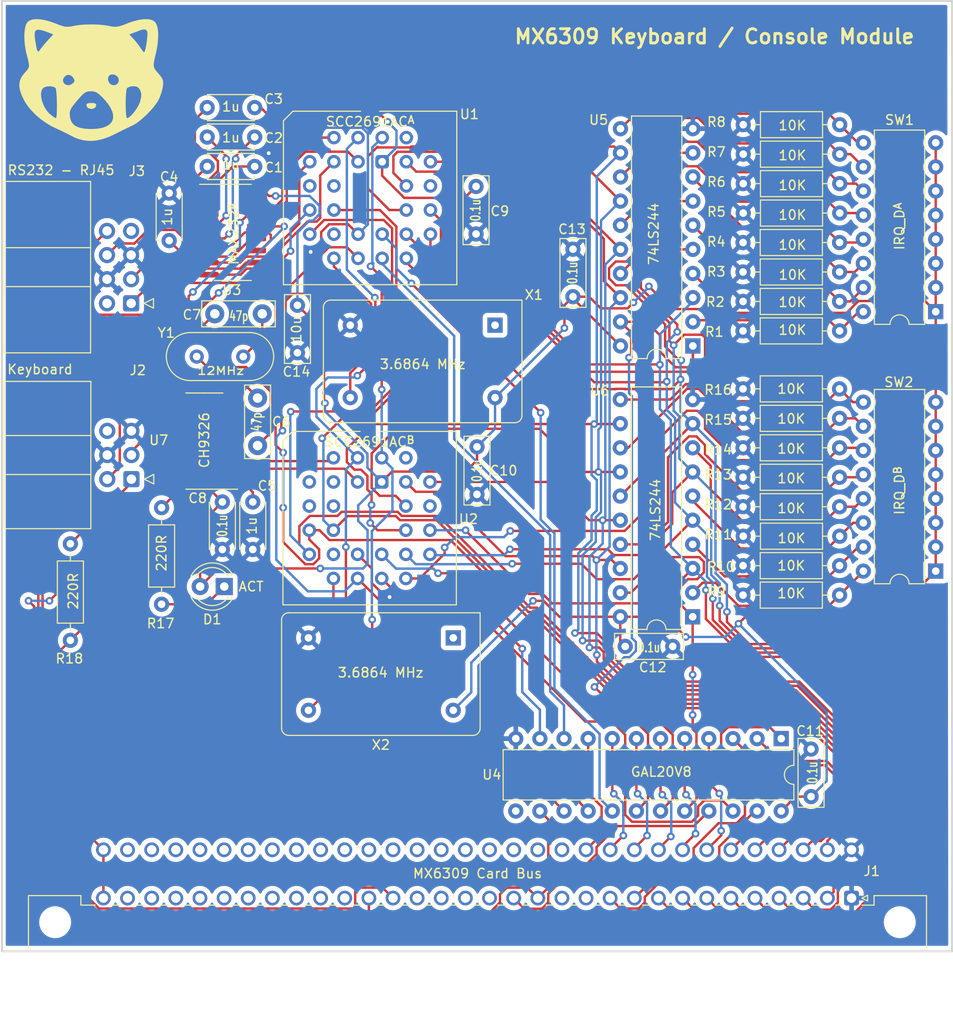
<source format=kicad_pcb>
(kicad_pcb (version 20221018) (generator pcbnew)

  (general
    (thickness 1.6)
  )

  (paper "A4")
  (layers
    (0 "F.Cu" signal)
    (31 "B.Cu" signal)
    (32 "B.Adhes" user "B.Adhesive")
    (33 "F.Adhes" user "F.Adhesive")
    (34 "B.Paste" user)
    (35 "F.Paste" user)
    (36 "B.SilkS" user "B.Silkscreen")
    (37 "F.SilkS" user "F.Silkscreen")
    (38 "B.Mask" user)
    (39 "F.Mask" user)
    (40 "Dwgs.User" user "User.Drawings")
    (41 "Cmts.User" user "User.Comments")
    (42 "Eco1.User" user "User.Eco1")
    (43 "Eco2.User" user "User.Eco2")
    (44 "Edge.Cuts" user)
    (45 "Margin" user)
    (46 "B.CrtYd" user "B.Courtyard")
    (47 "F.CrtYd" user "F.Courtyard")
    (48 "B.Fab" user)
    (49 "F.Fab" user)
    (50 "User.1" user)
    (51 "User.2" user)
    (52 "User.3" user)
    (53 "User.4" user)
    (54 "User.5" user)
    (55 "User.6" user)
    (56 "User.7" user)
    (57 "User.8" user)
    (58 "User.9" user)
  )

  (setup
    (stackup
      (layer "F.SilkS" (type "Top Silk Screen"))
      (layer "F.Paste" (type "Top Solder Paste"))
      (layer "F.Mask" (type "Top Solder Mask") (thickness 0.01))
      (layer "F.Cu" (type "copper") (thickness 0.035))
      (layer "dielectric 1" (type "core") (thickness 1.51) (material "FR4") (epsilon_r 4.5) (loss_tangent 0.02))
      (layer "B.Cu" (type "copper") (thickness 0.035))
      (layer "B.Mask" (type "Bottom Solder Mask") (thickness 0.01))
      (layer "B.Paste" (type "Bottom Solder Paste"))
      (layer "B.SilkS" (type "Bottom Silk Screen"))
      (copper_finish "None")
      (dielectric_constraints no)
    )
    (pad_to_mask_clearance 0)
    (pcbplotparams
      (layerselection 0x00010fc_ffffffff)
      (plot_on_all_layers_selection 0x0000000_00000000)
      (disableapertmacros false)
      (usegerberextensions false)
      (usegerberattributes true)
      (usegerberadvancedattributes true)
      (creategerberjobfile true)
      (dashed_line_dash_ratio 12.000000)
      (dashed_line_gap_ratio 3.000000)
      (svgprecision 4)
      (plotframeref false)
      (viasonmask false)
      (mode 1)
      (useauxorigin false)
      (hpglpennumber 1)
      (hpglpenspeed 20)
      (hpglpendiameter 15.000000)
      (dxfpolygonmode true)
      (dxfimperialunits true)
      (dxfusepcbnewfont true)
      (psnegative false)
      (psa4output false)
      (plotreference true)
      (plotvalue true)
      (plotinvisibletext false)
      (sketchpadsonfab false)
      (subtractmaskfromsilk false)
      (outputformat 1)
      (mirror false)
      (drillshape 0)
      (scaleselection 1)
      (outputdirectory "../../output/uart/")
    )
  )

  (net 0 "")
  (net 1 "Net-(U3-C1+)")
  (net 2 "Net-(U3-C1-)")
  (net 3 "Net-(U3-C2+)")
  (net 4 "Net-(U3-C2-)")
  (net 5 "VCC")
  (net 6 "Net-(U3-VS+)")
  (net 7 "GND")
  (net 8 "Net-(U3-VS-)")
  (net 9 "Net-(U7-V3)")
  (net 10 "Net-(U7-X1)")
  (net 11 "Net-(C6-Pad2)")
  (net 12 "Net-(U7-X2)")
  (net 13 "Net-(C7-Pad2)")
  (net 14 "Net-(D1-K)")
  (net 15 "Net-(J2-VBUS)")
  (net 16 "Net-(J2-D-)")
  (net 17 "Net-(J2-D+)")
  (net 18 "Net-(J3-RTS)")
  (net 19 "unconnected-(J3-RDY_Out-Pad2)")
  (net 20 "Net-(J3-D_Out)")
  (net 21 "Net-(J3-D_In)")
  (net 22 "unconnected-(J3-CD-Pad7)")
  (net 23 "Net-(J3-CTS)")
  (net 24 "Net-(U5-1A0)")
  (net 25 "Net-(U5-1A1)")
  (net 26 "Net-(U5-1A2)")
  (net 27 "Net-(U5-1A3)")
  (net 28 "Net-(U5-2A0)")
  (net 29 "Net-(U5-2A1)")
  (net 30 "Net-(U5-2A2)")
  (net 31 "Net-(U5-2A3)")
  (net 32 "Net-(U6-1A0)")
  (net 33 "Net-(U6-1A1)")
  (net 34 "Net-(U6-1A2)")
  (net 35 "Net-(U6-1A3)")
  (net 36 "Net-(U6-2A0)")
  (net 37 "Net-(U6-2A1)")
  (net 38 "Net-(U6-2A2)")
  (net 39 "Net-(U6-2A3)")
  (net 40 "/~{RTS}^{A}")
  (net 41 "/~{CTS}^{A}")
  (net 42 "unconnected-(U1-NC-Pad7)")
  (net 43 "unconnected-(U1-NC-Pad8)")
  (net 44 "/ADDR2")
  (net 45 "/ADDR1")
  (net 46 "/ADDR0")
  (net 47 "Net-(U1-X1{slash}CLK)")
  (net 48 "unconnected-(U1-X2-Pad13)")
  (net 49 "/RES")
  (net 50 "/~{INT}^{A}")
  (net 51 "/~{CE}^{A}")
  (net 52 "/DATA7")
  (net 53 "/DATA6")
  (net 54 "/DATA5")
  (net 55 "/DATA4")
  (net 56 "/DATA3")
  (net 57 "unconnected-(U1-NC-Pad23)")
  (net 58 "/DATA2")
  (net 59 "/DATA1")
  (net 60 "unconnected-(U1-NC-Pad26)")
  (net 61 "/DATA0")
  (net 62 "/RX^{B}")
  (net 63 "/TX^{B}")
  (net 64 "/~{RTS}^{B}")
  (net 65 "/~{CTS}^{B}")
  (net 66 "unconnected-(U2-NC-Pad7)")
  (net 67 "unconnected-(U2-NC-Pad8)")
  (net 68 "Net-(U2-X1{slash}CLK)")
  (net 69 "unconnected-(U2-X2-Pad13)")
  (net 70 "/~{INT}^{B}")
  (net 71 "/~{CE}^{B}")
  (net 72 "unconnected-(U2-NC-Pad23)")
  (net 73 "unconnected-(U2-NC-Pad26)")
  (net 74 "/IOSEL")
  (net 75 "/ADDR3")
  (net 76 "/ADDR4")
  (net 77 "/ADDR5")
  (net 78 "/ADDR6")
  (net 79 "/ADDR7")
  (net 80 "/ADDR8")
  (net 81 "/ADDR9")
  (net 82 "/ADDR10")
  (net 83 "unconnected-(U4-~{OE}-Pad13)")
  (net 84 "/~{RES}")
  (net 85 "/OE^{A}")
  (net 86 "/OE^{B}")
  (net 87 "/~{IRQ}")
  (net 88 "unconnected-(U7-T_LED-Pad4)")
  (net 89 "unconnected-(U7-IO2-Pad11)")
  (net 90 "unconnected-(U7-IO1-Pad12)")
  (net 91 "unconnected-(U7-IO4-Pad13)")
  (net 92 "unconnected-(U7-IO3-Pad14)")
  (net 93 "unconnected-(X1-EN-Pad1)")
  (net 94 "unconnected-(X2-EN-Pad1)")
  (net 95 "/RX^{A}")
  (net 96 "/TX^{A}")
  (net 97 "unconnected-(J1-A11-Pad13)")
  (net 98 "unconnected-(J1-A12-Pad14)")
  (net 99 "unconnected-(J1-A13-Pad15)")
  (net 100 "unconnected-(J1-A14-Pad16)")
  (net 101 "unconnected-(J1-A15-Pad17)")
  (net 102 "unconnected-(J1-A16-Pad18)")
  (net 103 "unconnected-(J1-A17-Pad19)")
  (net 104 "unconnected-(J1-A18-Pad20)")
  (net 105 "unconnected-(J1-A19-Pad21)")
  (net 106 "unconnected-(J1-Pad22)")
  (net 107 "unconnected-(J1-Pad23)")
  (net 108 "unconnected-(J1-Pad24)")
  (net 109 "unconnected-(J1-Pad25)")
  (net 110 "unconnected-(J1-Pad26)")
  (net 111 "unconnected-(J1-Pad27)")
  (net 112 "unconnected-(J1-Pad28)")
  (net 113 "unconnected-(J1-Pad29)")
  (net 114 "unconnected-(J1-Pad30)")
  (net 115 "unconnected-(J1-Pad31)")
  (net 116 "unconnected-(J1-Pad34)")
  (net 117 "unconnected-(J1-Pad35)")
  (net 118 "unconnected-(J1-i^{2}C^{SDA}-Pad36)")
  (net 119 "unconnected-(J1-i^{2}C^{SCL}-Pad37)")
  (net 120 "unconnected-(J1-SPI^{~{CS}A2}-Pad38)")
  (net 121 "unconnected-(J1-SPI^{~{CS}A1}-Pad39)")
  (net 122 "unconnected-(J1-SPI^{~{CS}A0}-Pad40)")
  (net 123 "unconnected-(J1-SPI^{CLK}-Pad41)")
  (net 124 "unconnected-(J1-SPI^{MISO}-Pad42)")
  (net 125 "unconnected-(J1-SPI^{MOSI}-Pad43)")
  (net 126 "unconnected-(J1-B^{STAT}-Pad46)")
  (net 127 "unconnected-(J1-B^{AVAIL}-Pad47)")
  (net 128 "unconnected-(J1-~{NMI}-Pad48)")
  (net 129 "unconnected-(J1-~{FIRQ}-Pad49)")
  (net 130 "unconnected-(J1-~{HALT}-Pad52)")
  (net 131 "unconnected-(J1-CLK^{MCU}-Pad53)")
  (net 132 "Net-(U7-~{ACT})")
  (net 133 "/R{slash}~{W}")
  (net 134 "/~{R}")
  (net 135 "/~{W}")

  (footprint "Capacitor_THT:C_Disc_D7.0mm_W2.5mm_P5.00mm" (layer "F.Cu") (at 146 61.4 -90))

  (footprint "Oscillator:Oscillator_DIP-14" (layer "F.Cu") (at 143.6 108.9 180))

  (footprint "Resistor_THT:R_Axial_DIN0207_L6.3mm_D2.5mm_P10.16mm_Horizontal" (layer "F.Cu") (at 174.1 92))

  (footprint "Resistor_THT:R_Axial_DIN0207_L6.3mm_D2.5mm_P10.16mm_Horizontal" (layer "F.Cu") (at 174.12 54.9))

  (footprint "Package_SO:SOP-16_3.9x9.9mm_P1.27mm" (layer "F.Cu") (at 117.4 88.195 180))

  (footprint "Resistor_THT:R_Axial_DIN0207_L6.3mm_D2.5mm_P10.16mm_Horizontal" (layer "F.Cu") (at 174.1 88.9))

  (footprint "Capacitor_THT:C_Disc_D4.7mm_W2.5mm_P5.00mm" (layer "F.Cu") (at 119.3 94.6 -90))

  (footprint "Capacitor_THT:C_Disc_D4.7mm_W2.5mm_P5.00mm" (layer "F.Cu") (at 122.5 94.6 -90))

  (footprint "Capacitor_THT:C_Disc_D4.7mm_W2.5mm_P5.00mm" (layer "F.Cu") (at 117.7 56.2))

  (footprint "Resistor_THT:R_Axial_DIN0207_L6.3mm_D2.5mm_P10.16mm_Horizontal" (layer "F.Cu") (at 174.1 67.3))

  (footprint "Connector_IDC:IDC-Header_2x03_P2.54mm_Horizontal" (layer "F.Cu") (at 109.726928 92.2 180))

  (footprint "Resistor_THT:R_Axial_DIN0207_L6.3mm_D2.5mm_P10.16mm_Horizontal" (layer "F.Cu") (at 174.1 85.8))

  (footprint "Capacitor_THT:C_Disc_D7.5mm_W2.5mm_P5.00mm" (layer "F.Cu") (at 123.007771 83.666325 -90))

  (footprint "Capacitor_THT:C_Disc_D4.7mm_W2.5mm_P5.00mm" (layer "F.Cu") (at 122.7 59.3 180))

  (footprint "Package_DIP:DIP-16_W7.62mm" (layer "F.Cu") (at 194.38 101.875 180))

  (footprint "Resistor_THT:R_Axial_DIN0207_L6.3mm_D2.5mm_P10.16mm_Horizontal" (layer "F.Cu") (at 174.12 64.2))

  (footprint "Resistor_THT:R_Axial_DIN0207_L6.3mm_D2.5mm_P10.16mm_Horizontal" (layer "F.Cu") (at 174.1 101.3))

  (footprint "Resistor_THT:R_Axial_DIN0207_L6.3mm_D2.5mm_P10.16mm_Horizontal" (layer "F.Cu") (at 174.12 98.2))

  (footprint "Resistor_THT:R_Axial_DIN0207_L6.3mm_D2.5mm_P10.16mm_Horizontal" (layer "F.Cu") (at 174.1 70.4))

  (footprint "Resistor_THT:R_Axial_DIN0207_L6.3mm_D2.5mm_P10.16mm_Horizontal" (layer "F.Cu") (at 174.1 76.6))

  (footprint "Capacitor_THT:C_Disc_D7.0mm_W2.5mm_P5.00mm" (layer "F.Cu") (at 146.1 88.8 -90))

  (footprint "Connector_IDC:IDC-Header_2x04_P2.54mm_Horizontal" (layer "F.Cu") (at 109.7 73.7 180))

  (footprint "Capacitor_THT:C_Disc_D7.0mm_W2.5mm_P5.00mm" (layer "F.Cu") (at 127.2 73.9 -90))

  (footprint "Package_DIP:DIP-16_W7.62mm" (layer "F.Cu") (at 194.38 74.58 180))

  (footprint "Resistor_THT:R_Axial_DIN0207_L6.3mm_D2.5mm_P10.16mm_Horizontal" (layer "F.Cu") (at 174.12 61.1))

  (footprint "Oscillator:Oscillator_DIP-14" (layer "F.Cu") (at 148 76 180))

  (footprint "Package_DIP:DIP-24_W7.62mm" (layer "F.Cu") (at 178.12 119.5 -90))

  (footprint "Capacitor_THT:C_Disc_D7.5mm_W2.5mm_P5.00mm" (layer "F.Cu") (at 118.5 74.8))

  (footprint "Capacitor_THT:C_Disc_D4.7mm_W2.5mm_P5.00mm" (layer "F.Cu") (at 122.7 53.1 180))

  (footprint "Capacitor_THT:C_Disc_D7.0mm_W2.5mm_P5.00mm" (layer "F.Cu") (at 161.7 109.8))

  (footprint "Resistor_THT:R_Axial_DIN0207_L6.3mm_D2.5mm_P10.16mm_Horizontal" (layer "F.Cu") (at 174.1 73.5))

  (footprint "Package_DIP:DIP-20_W7.62mm" (layer "F.Cu") (at 168.8 106.68 180))

  (footprint "Capacitor_THT:C_Disc_D4.7mm_W2.5mm_P5.00mm" (layer "F.Cu") (at 113.7 62.1 -90))

  (footprint "Package_LCC:PLCC-28_THT-Socket" (layer "F.Cu") (at 136.12 58.8))

  (footprint "Resistor_THT:R_Axial_DIN0207_L6.3mm_D2.5mm_P10.16mm_Horizontal" (layer "F.Cu") (at 174.1 104.4))

  (footprint "Capacitor_THT:C_Disc_D7.0mm_W2.5mm_P5.00mm" (layer "F.Cu") (at 156.2 73 90))

  (footprint "card_bus:DIN41612_R_2x32_Male_Horizontal_THT" (layer "F.Cu")
    (tstamp b5b5de3e-91a7-4e85-81c4-17734a066783)
    (at 144.88 95.1 -90)
    (descr "DIN41612 connector, type R, Horizontal, 3 rows 32 pins wide, https://www.erni-x-press.com/de/downloads/kataloge/englische_kataloge/erni-din41612-iec60603-2-e.pdf")
    (tags "DIN 41612 IEC 60603 R")
    (property "Sheetfile" "uart_boards.kicad_sch")
    (property "Sheetname" "")
    (property "ki_description" "DIN41612 connector, double row (AB), 02x32, script generated (kicad-library-utils/schlib/autogen/connector/)")
    (property "ki_keywords" "connector")
    (path "/f2d66c7b-7082-44e8-a666-274526a12168")
    (attr through_hole)
    (fp_text reference "J1" (at 38.3425 -42.77) (layer "F.SilkS")
        (effects (font (size 1 1) (thickness 0.15)))
      (tstamp c95fdf32-85be-44ff-84de-264b800d7324)
    )
    (fp_text value "MX6309 Card Bus" (at 38.5925 -1.27) (layer "F.SilkS")
        (effects (font (size 1 1) (thickness 0.15)))
      (tstamp 7765f833-1748-492b-b761-6372811e5254)
    )
    (fp_text user "Board edge" (at 48.48 -1.27) (layer "Cmts.User")
        (effects (font (size 0.7 0.7) (thickness 0.1)))
      (tstamp ce04c322-d8ec-4697-bf06-c720e07dc99d)
    )
    (fp_line (start 40.88 -42.335) (end 41.18 -41.735)
      (stroke (width 0.12) (type solid)) (layer "F.SilkS") (tstamp f65337b5-6122-4047-823c-ed6fcda84057))
    (fp_line (start 40.92 -48.53) (end 40.92 -43.01)
      (stroke (width 0.12) (type solid)) (layer "F.SilkS") (tstamp e3aa4a0b-50a3-49aa-a330-9eaca15c8e31))
    (fp_line (start 40.92 -43.01) (end 41.92 -43.01)
      (stroke (width 0.12) (type solid)) (layer "F.SilkS") (tstamp 5105781b-baed-4096-8c10-f23b8dfb825f))
    (fp_line (start 40.92 40.47) (end 41.92 40.47)
      (stroke (width 0.12) (type solid)) (layer "F.SilkS") (tstamp 396f10b4-a69c-4b6c-b241-02b43262a48e))
    (fp_line (start 40.92 45.99) (end 40.92 40.47)
      (stroke (width 0.12) (type solid)) (layer "F.SilkS") (tstamp 44ee9b09-c1bb-4543-b061-ef63240f8561))
    (fp_line (start 41.18 -41.735) (end 41.48 -42.335)
      (stroke (width 0.12) (type solid)) (layer "F.SilkS") (tstamp 65e5b28b-4608-467d-aaec-2ce177bd3793))
    (fp_line (start 41.48 -42.335) (end 40.88 -42.335)
      (stroke (width 0.12) (type solid)) (layer "F.SilkS") (tstamp d64660d9-a158-4c46-b857-539d6315ef0b))
    (fp_line (start 41.92 -43.011) (end 41.92 -41.735)
      (stroke (width 0.12) (type solid)) (layer "F.SilkS") (tstamp 46f7e7c9-65e9-44a2-9533-b28f725df1b8))
    (fp_line (start 41.92 -39.545) (end 41.92 -38.969)
      (stroke (width 0.12) (type solid)) (layer "F.SilkS") (tstamp 21340c94-6061-4ef2-bced-55a4c2729e66))
    (fp_line (start 41.92 -37.23) (end 41.92 -36.429)
      (stroke (width 0.12) (type solid)) (layer "F.SilkS") (tstamp 35484018-1c0c-41f5-a80d-3df929c9f3b6))
    (fp_line (start 41.92 -34.69) (end 41.92 -33.889)
      (stroke (width 0.12) (type solid)) (layer "F.SilkS") (tstamp 78f24706-783d-4a10-af63-4ce75c433e6f))
    (fp_line (start 41.92 -32.15) (end 41.92 -31.349)
      (stroke (width 0.12) (type solid)) (layer "F.SilkS") (tstamp a97eec6f-3b4c-4b80-923d-e7494b9d32d4))
    (fp_line (start 41.92 -29.61) (end 41.92 -28.809)
      (stroke (width 0.12) (type solid)) (layer "F.SilkS") (tstamp 16d4ebca-733a-4b97-bec9-f9e8a957f7e6))
    (fp_line (start 41.92 -27.07) (end 41.92 -26.269)
      (stroke (width 0.12) (type solid)) (layer "F.SilkS") (tstamp 3f321241-4770-4c95-b5e2-b300cb82ca32))
    (fp_line (start 41.92 -24.53) (end 41.92 -23.729)
      (stroke (width 0.12) (type solid)) (layer "F.SilkS") (tstamp 529966f5-27d2-41a9-bfe3-9b08ea03122b))
    (fp_line (start 41.92 -21.99) (end 41.92 -21.189)
      (stroke (width 0.12) (type solid)) (layer "F.SilkS") (tstamp 860419fc-6dd4-4383-b626-1dff3aa5b3b3))
    (fp_line (start 41.92 -19.45) (end 41.92 -18.649)
      (stroke (width 0.12) (type solid)) (layer "F.SilkS") (tstamp 2710759c-6da1-432a-b4d1-73c5fc652196))
    (fp_line (start 41.92 -16.91) (end 41.92 -16.109)
      (stroke (width 0.12) (type solid)) (layer "F.SilkS") (tstamp ee9e9233-3050-4d73-b7a8-70e88b8f4b4e))
    (fp_line (start 41.92 -14.37) (end 41.92 -13.569)
      (stroke (width 0.12) (type solid)) (layer "F.SilkS") (tstamp 2dfbb031-dd98-47e9-82e0-be6b22f242ad))
    (fp_line (start 41.92 -11.83) (end 41.92 -11.029)
      (stroke (width 0.12) (type solid)) (layer "F.SilkS") (tstamp e9049283-a36d-46c8-8acb-7e7c7bc0be76))
    (fp_line (start 41.92 -9.29) (end 41.92 -8.489)
      (stroke (width 0.12) (type solid)) (layer "F.SilkS") (tstamp ae7ee27e-4095-4ec6-aa4e-83bf2624bb12))
    (fp_line (start 41.92 -6.75) (end 41.92 -5.949)
      (stroke (width 0.12) (type solid)) (layer "F.SilkS") (tstamp 3eacd6f7-e5e4-45fb-a082-3f77fcaf92ff))
    (fp_line (start 41.92 -4.21) (end 41.92 -3.409)
      (stroke (width 0.12) (type solid)) (layer "F.SilkS") (tstamp 0e1e2e17-6f7a-45d7-b5c2-68e771a510ce))
    (fp_line (start 41.92 -1.67) (end 41.92 -0.869)
      (stroke (width 0.12) (type solid)) (layer "F.SilkS") (tstamp 587f4134-e978-44cf-924d-f8bfab31866d))
    (fp_line (start 41.92 0.87) (end 41.92 1.671)
      (stroke (width 0.12) (type solid)) (layer "F.SilkS") (tstamp 6554302a-938f-4e95-9045-49b9129e623f))
    (fp_line (start 41.92 3.41) (end 41.92 4.211)
      (stroke (width 0.12) (type solid)) (layer "F.SilkS") (tstamp 6dc025b6-c1f3-430c-bc00-f69cbe596a11))
    (fp_line (start 41.92 5.95) (end 41.92 6.751)
      (stroke (width 0.12) (type solid)) (layer "F.SilkS") (tstamp 1b46c8fa-fdc0-4981-9d08-7643f185ec2f))
    (fp_line (start 41.92 8.49) (end 41.92 9.291)
      (stroke (width 0.12) (type solid)) (layer "F.SilkS") (tstamp daad2210-8e8e-4d97-aaa5-aa27bf4bdb9f))
    (fp_line (start 41.92 11.03) (end 41.92 11.831)
      (stroke (width 0.12) (type solid)) (layer "F.SilkS") (tstamp 4eef890c-d6a5-43d0-a7a2-d865edd3385f))
    (fp_line (start 41.92 13.57) (end 41.92 14.371)
      (stroke (width 0.12) (type solid)) (layer "F.SilkS") (tstamp 022d4e13-c8e7-4c34-8ad4-a2ee3b943791))
    (fp_line (start 41.92 16.11) (end 41.92 16.911)
      (stroke (width 0.12) (type solid)) (layer "F.SilkS") (tstamp 49d6d472-24d1-4b9c-8918-8ec629eecb43))
    (fp_line (start 41.92 18.65) (end 41.92 19.451)
      (stroke (width 0.12) (type solid)) (layer "F.SilkS") (tstamp 44133dc0-011a-40f4-a7a5-4bed0cd48865))
    (fp_line (start 41.92 21.19) (end 41.92 21.991)
      (stroke (width 0.12) (type solid)) (layer "F.SilkS") (tstamp 584f376e-db19-48de-9ef9-6640f5dc79d4))
    (fp_line (start 41.92 23.73) (end 41.92 24.531)
      (stroke (width 0.12) (type solid)) (layer "F.SilkS") (tstamp 13247151-e90c-42d8-9fa9-efd3f2b68267))
    (fp_line (start 41.92 26.27) (end 41.92 27.071)
      (stroke (width 0.12) (type solid)) (layer "F.SilkS") (tstamp 1791f7f3-b074-46a0-bc4a-c50f3fae18de))
    (fp_line (start 41.92 28.81) (end 41.92 29.611)
      (stroke (width 0.12) (type solid)) (layer "F.SilkS") (tstamp f2ffab82-b4db-4f4e-8fe0-a61a513e2fe7))
    (fp_line (start 41.92 31.35) (end 41.92 32.151)
      (stroke (width 0.12) (type solid)) (layer "F.SilkS") (tstamp fe0ae5da-fb23-4fe8-a9bb-3c583bb3384b))
    (fp_line (start 41.92 33.89) (end 41.92 34.691)
      (stroke (width 0.12) (type solid)) (layer "F.SilkS") (tstamp a2873362-29d5-4776-a188-33302eb72d8c))
    (fp_line (start 41.92 36.43) (end 41.92 37.231)
      (stroke (width 0.12) (type solid)) (layer "F.SilkS") (tstamp f695a830-31d7-4c78-9cff-1dce18d70460))
    (fp_line (start 41.92 38.97) (end 41.92 40.47)
      (stroke (width 0.12) (type solid)) (layer "F.SilkS") (tstamp 65652ce8-0fcc-4c38-b86c-f97509a292b5))
    (fp_line (start 46.48 -48.53) (end 40.92 -48.53)
      (stroke (width 0.12) (type solid)) (layer "F.SilkS") (tstamp 4e4149b3-81a8-4c0f-aa8a-b47fe7663fe6))
    (fp_line (start 46.48 45.99) (end 40.92 45.99)
      (stroke (width 0.12) (type solid)) (layer "F.SilkS") (tstamp e987d6b0-6d13-44cf-8238-aec1ffcf0b12))
    (fp_line (start 46.48 -48.27) (end 46.48 45.73)
      (stroke (width 0.08) (type solid)) (layer "Dwgs.User") (tstamp 2f9a9cce-4c9e-4812-a8ad-7243f4301bcf))
    (fp_line (start 46.58 -1.27) (end 47.08 -1.07)
      (stroke (width 0.1) (type solid)) (layer "Cmts.User") (tstamp 7952f279-742b-4e77-922f-a38aa5072e77))
    (fp_line (start 46.58 -1.27) (end 47.88 -1.27)
      (stroke (width 0.1) (type solid)) (layer "Cmts.User") (tstamp fa551422-c14d-4781-baf5-5a02781eb6bf))
    (fp_line (start 47.08 -1.47) (end 46.58 -1.27)
      (stroke (width 0.1) (type solid)) (layer "Cmts.User") (tstamp c7b7c4c5-4dfa-4b29-ad39-4f163f8c17c8))
    (fp_line (start 34.82 -41.91) (end 34.82 39.38)
      (stroke (width 0.05) (type solid)) (layer "F.CrtYd") (tstamp 9aa1cd6e-b6fe-40cf-8cd5-85e07285506f))
    (fp_line (start 34.82 39.38) (end 40.68 39.38)
      (stroke (width 0.05) (type solid)) (layer "F.CrtYd") (tstamp 98385b4d-4a16-4329-a5c7-30f2a21bafcc))
    (fp_line (start 40.68 -48.77) (end 40.68 -41.91)
      (stroke (width 0.05) (type solid)) (layer "F.CrtYd") (tstamp bb45ccda-400c-4e39-84d4-df0e49f1e91d))
    (fp_line (start 40.68 -41.91) (end 34.82 -41.91)
      (stroke (width 0.05) (type solid)) (layer "F.CrtYd") (tstamp d54fbeb1-b740-47d6-8dd5-a9e206f0573d))
    (fp_line (start 40.68 39.38) (end 40.68 46.23)
      (stroke (width 0.05) (type solid)) (layer "F.CrtYd") (tstamp 18c3b610-66b8-4459-bd9b-6e08ce4bd80f))
    (fp_line (start 40.68 46.23) (end 54.41 46.23)
      (stroke (width 0.05) (type solid)) (layer "F.CrtYd") (tstamp 0714112e-2c5b-4fd4-8c06-3cbbf60312af))
    (fp_line (start 54.41 -48.77) (end 40.68 -48.77)
      (stroke (width 0.05) (type solid)) (layer "F.CrtYd") (tstamp a5f1a3d4-00be-409f-95bf-02dc63d73401))
    (fp_line (start 54.41 46.23) (end 54.41 -48.77)
      (stroke (width 0.05) (type solid)) (layer "F.CrtYd") (tstamp 1ae6d5d0-6046-4b20-99cc-1e8a998febf2))
    (fp_line (start 41.18 -48.27) (end 41.18 -43.27)
      (stroke (width 0.1) (type solid)) (layer "F.Fab") (tstamp d8c65906-e0ff-49a1-ba2b-a7715096e7a0))
    (fp_line (start 41.18 -43.27) (end 42.18 -43.27)
      (stroke (width 0.1) (type solid)) (layer "F.Fab") (tstamp 82e5a2aa-a9ac-40d6-8892-0de67b869daa))
    (fp_line (start 41.18 40.73) (end 41.18 45.73)
      (stroke (width 0.1) (type solid)) (layer "F.Fab") (tstamp c06a5db0-c79d-4a48-85f3-ae1eb4d492ad))
    (fp_line (start 41.18 45.73) (end 47.92 45.73)
      (stroke (width 0.1) (type solid)) (layer "F.Fab") (tstamp 6f300ec5-fc88-433b-934e-cd2ba6ffc89b))
    (fp_line (start 42.18 -43.27) (end 42.18 40.73)
      (stroke (width 0.1) (type solid)) (layer "F.Fab") (tstamp 90bd9808-2698-45e1-8e92-a3942288ac3e))
    (fp_line (start 42.18 40.73) (end 41.18 40.73)
      (stroke (width 0.1) (type solid)) (layer "F.Fab") (tstamp e39b6b29-ca2b-4171-96a7-a60c6f9653e4))
    (fp_line (start 42.38 -40.64) (end 43.08 -41.14)
      (stroke (width 0.1) (type solid)) (layer "F.Fab") (tstamp a54d25ad-fff1-4508-9031-aa7c63f05c41))
    (fp_line (start 43.08 -41.14) (end 43.08 -40.14)
      (stroke (width 0.1) (type solid)) (layer "F.Fab") (tstamp 1baf41c6-d57f-4b1c-addd-d6aa8376de14))
    (fp_line (start 43.08 -40.14) (end 42.38 -40.64)
      (stroke (width 0.1) (type solid)) (layer "F.Fab") (tstamp fade035c-18b6-417d-bf2d-957f483cc600))
    (fp_line (start 47.92 -48.27) (end 41.18 -48.27)
      (stroke (width 0.1) (type solid)) (layer "F.Fab") (tstamp 5bae26d3-d217-4d9e-a9e0-b9133663698f))
    (fp_line (start 47.92 -45.02) (end 47.92 -48.27)
      (stroke (width 0.1) (type solid)) (layer "F.Fab") (tstamp a14d6f87-1461-4dd5-a26a-215ae9a63b12))
    (fp_line (start 47.92 42.48) (end 53.92 42.48)
      (stroke (width 0.1) (type solid)) (layer "F.Fab") (tstamp 382153ce-92fd-4068-ae47-1f34eb18665f))
    (fp_line (start 47.92 45.73) (end 47.92 42.48)
      (stroke (width 0.1) (type solid)) (layer "F.Fab") (tstamp 160b4e88-25bc-4e37-99fc-6bb0a907471b))
    (fp_line (start 53.92 -45.02) (end 47.92 -45.02)
      (stroke (width 0.1) (type solid)) (layer "F.Fab") (tstamp e887a403-86d3-477a-8c58-43be5f3e0b42))
    (fp_line (start 53.92 42.48) (end 53.92 -45.02)
      (stroke (width 0.1) (type solid)) (layer "F.Fab") (tstamp eb2b9a6e-6797-470c-a4c2-9c9669791ed2))
    (pad "" np_thru_hole circle (at 43.72 -45.72 180) (size 2.85 2.85) (drill 2.85) (layers "*.Cu" "*.Mask") (tstamp 49bf3b51-406a-4c0e-8ee6-5837e6d649cc))
    (pad "" np_thru_hole circle (at 43.72 43.18 180) (size 2.85 2.85) (drill 2.85) (layers "*.Cu" "*.Mask") (tstamp beadf6b5-b4e3-4d26-bae6-5a01baa6b5df))
    (pad "1" thru_hole circle (at 36.1 -40.64 180) (size 1.55 1.55) (drill 1) (layers "*.Cu" "*.Mask")
      (net 7 "GND") (pinfunction "GND") (pintype "power_in") (tstamp 82d0be39-616f-4077-99a3-61a49bea29d1))
    (pad "2" thru_hole circle (at 36.1 -38.1 180) (size 1.55 1.55) (drill 1) (layers "*.Cu" "*.Mask")
      (net 46 "/ADDR0") (pinfunction "A0") (pintype "output") (tstamp 039c402f-dd9a-4e1a-9846-ace68039dd2b))
    (pad "3" thru_hole circle (at 36.1 -35.56 180) (size 1.55 1.55) (drill 1) (layers "*.Cu" "*.Mask")
      (net 45 "/ADDR1") (pinfunction "A1") (pintype "output") (tstamp 428bf61f-fb54-4e61-b2fb-01c37ce3fb2e))
    (pad "4" thru_hole circle (at 36.1 -33.02 180) (size 1.55 1.55) (drill 1) (layers "*.Cu" "*.Mask")
      (net 44 "/ADDR2") (pinfunction "A2") (pintype "output") (tstamp 9c52a806-bb72-4203-8156-172e3dc030b7))
    (pad "5" thru_hole circle (at 36.1 -30.48 180) (size 1.55 1.55) (drill 1) (layers "*.Cu" "*.Mask")
      (net 75 "/ADDR3") (pinfunction "A3") (pintype "output") (tstamp 7fa7bb6a-f3a9-4fb0-86cd-209a2d73e0e9))
    (pad "6" thru_hole circle (at 36.1 -27.94 180) (size 1.55 1.55) (drill 1) (layers "*.Cu" "*.Mask")
      (net 76 "/ADDR4") (pinfunction "A4") (pintype "output") (tstamp a79e3b65-d6b7-410f-9422-5941cbaa5b94))
    (pad "7" thru_hole circle (at 36.1 -25.4 180) (size 1.55 1.55) (drill 1) (layers "*.Cu" "*.Mask")
      (net 77 "/ADDR5") (pinfunction "A5") (pintype "output") (tstamp cbbf9515-d560-4caf-8467-bd20a1cb403e))
    (pad "8" thru_hole circle (at 36.1 -22.86 180) (size 1.55 1.55) (drill 1) (layers "*.Cu" "*.Mask")
      (net 78 "/ADDR6") (pinfunction "A6") (pintype "output") (tstamp 1859390e-4684-4ec3-a7f9-111340753864))
    (pad "9" thru_hole circle (at 36.1 -20.32 180) (size 1.55 1.55) (drill 1) (layers "*.Cu" "*.Mask")
      (net 79 "/ADDR7") (pinfunction "A7") (pintype "output") (tstamp b2e28953-fa2b-468b-90e1-7ed1d8dd453e))
    (pad "10" thru_hole circle (at 36.1 -17.78 180) (size 1.55 1.55) (drill 1) (layers "*.Cu" "*.Mask")
      (net 80 "/ADDR8") (pinfunction "A8") (pintype "output") (tstamp 1d52e0ce-01dd-4558-8f63-2bd3548cd4d0))
    (pad "11" thru_hole circle (at 36.1 -15.24 180) (size 1.55 1.55) (drill 1) (layers "*.Cu" "*.Mask")
      (net 81 "/ADDR9") (pinfunction "A9") (pintype "output") (tstamp 33623787-842e-4133-9852-1829a19fab4f))
    (pad "12" thru_hole circle (at 36.1 -12.7 180) (size 1.55 1.55) (drill 1) (layers "*.Cu" "*.Mask")
      (net 82 "/ADDR10") (pinfunction "A10") (pintype "output") (tstamp 5baedff4-e1c6-4456-88c1-1b295f146dc2))
    (pad "13" thru_hole circle (at 36.1 -10.16 180) (size 1.55 1.55) (drill 1) (layers "*.Cu" "*.Mask")
      (net 97 "unconnected-(J1-A11-Pad13)") (pinfunction "A11") (pintype "output") (tstamp f4dde9f0-2fa1-47c4-ae67-5ea0e93e54f5))
    (pad "14" thru_hole circle (at 36.1 -7.62 180) (size 1.55 1.55) (drill 1) (layers "*.Cu" "*.Mask")
      (net 98 "unconnected-(J1-A12-Pad14)") (pinfunction "A12") (pintype "output") (tstamp 42e55e3d-04ef-40ef-bcb8-bda73593d8c7))
    (pad "15" thru_hole circle (at 36.1 -5.08 180) (size 1.55 1.55) (drill 1) (layers "*.Cu" "*.Mask")
      (net 99 "unconnected-(J1-A13-Pad15)") (pinfunction "A13") (pintype "output") (tstamp e87073d7-2050-40f0-99a7-49f093e5772b))
    (pad "16" thru_hole circle (at 36.1 -2.54 180) (size 1.55 1.55) (drill 1) (layers "*.Cu" "*.Mask")
      (net 100 "unconnected-(J1-A14-Pad16)") (pinfunction "A14") (pintype "output") (tstamp 0fcfb32b-0a94-4c80-8c6e-177021970a5f))
    (pad "17" thru_hole circle (at 36.1 0 180) (size 1.55 1.55) (drill 1) (layers "*.Cu" "*.Mask")
      (net 101 "unconnected-(J1-A15-Pad17)") (pinfunction "A15") (pintype "output") (tstamp 812dbe95-2909-4601-9ff7-95d50b21f0d5))
    (pad "18" thru_hole circle (at 36.1 2.54 180) (size 1.55 1.55) (drill 1) (layers "*.Cu" "*.Mask")
      (net 102 "unconnected-(J1-A16-Pad18)") (pinfunction "A16") (pintype "output") (tstamp 5887f584-b9f0-472f-9343-67b286e494a7))
    (pad "19" thru_hole circle (at 36.1 5.08 180) (size 1.55 1.55) (drill 1) (layers "*.Cu" "*.Mask")
      (net 103 "unconnected-(J1-A17-Pad19)") (pinfunction "A17") (pintype "output") (tstamp 0351da73-63c5-429a-b9cc-14626b566231))
    (pad "20" thru_hole circle (at 36.1 7.62 180) (size 1.55 1.55) (drill 1) (layers "*.Cu" "*.Mask")
      (net 104 "unconnected-(J1-A18-Pad20)") (pinfunction "A18") (pintype "output") (tstamp e3df8f41-7c98-4547-bef1-5950a183315c))
    (pad "21" thru_hole circle (at 36.1 10.16 180) (size 1.55 1.55) (drill 1) (layers "*.Cu" "*.Mask")
      (net 105 "unconnected-(J1-A19-Pad21)") (pinfunction "A19") (pintype "output") (tstamp b0c7c393-e806-4a03-83c8-47cd4aec243d))
    (pad "22" thru_hole circle (at 36.1 12.7 180) (size 1.55 1.55) (drill 1) (layers "*.Cu" "*.Mask")
      (net 106 "unconnected-(J1-Pad22)") (pintype "unspecified") (tstamp fe487b8e-3fdd-4fa5-9804-4c74b5071b74))
    (pad "23" thru_hole circle (at 36.1 15.24 180) (size 1.55 1.55) (drill 1) (layers "*.Cu" "*.Mask")
      (net 107 "unconnected-(J1-Pad23)") (pintype "unspecified") (tstamp 44242c29-1dc7-4f51-abc3-76c8e918f847))
    (pad "24" thru_hole circle (at 36.1 17.78 180) (size 1.55 1.55) (drill 1) (layers "*.Cu" "*.Mask")
      (net 108 "unconnected-(J1-Pad24)") (pintype "unspecified") (tstamp cf5d22cc-ed63-4a18-b485-72e11f37a9af))
    (pad "25" thru_hole circle (at 36.1 20.32 180) (size 1.55 1.55) (drill 1) (layers "*.Cu" "*.Mask")
      (net 109 "unconnected-(J1-Pad25)") (pintype "unspecified") (tstamp 66414eb6-66db-4267-ac0d-73f58e60fbd0))
    (pad "26" thru_hole circle (at 36.1 22.86 180) (size 1.55 1.55) (drill 1) (layers "*.Cu" "*.Mask")
      (net 110 "unconnected-(J1-Pad26)") (pintype "unspecified") (tstamp f08b4d72-8ed2-425f-9a67-951f007a02a8))
    (pad "27" thru_hole circle (at 36.1 25.4 180) (size 1.55 1.55) (drill 1) (layers "*.Cu" "*.Mask")
      (net 111 "unconnected-(J1-Pad27)") (pintype "unspecified") (tstamp e6a72395-2f8e-4e7c-99ba-d7812e1ec5f7))
    (pad "28" thru_hole circle (at 36.1 27.94 180) (size 1.55 1.55) (drill 1) (layers "*.Cu" "*.Mask")
      (net 112 "unconnected-(J1-Pad28)") (pintype "unspecified") (tstamp 36686db8-1378-4f06-9f9f-bdd467dea7f3))
    (pad "29" thru_hole circle (at 36.1 30.48 180) (size 1.55 1.55) (drill 1) (layers "*.Cu" "*.Mask")
      (net 113 "unconnected-(J1-Pad29)") (pintype "unspecified") (tstamp 57cd8b51-ca3e-4278-9177-264a7ce91b51))
    (pad "30" thru_hole circle (at 36.1 33.02 180) (size 1.55 1.55) (drill 1) (layers "*.Cu" "*.Mask")
      (net 114 "unconnected-(J1-Pad30)") (pintype "unspecified") (tstamp ea88429b-13b3-45db-b847-a9ca93dc035c))
    (pad "31" thru_hole circle (a
... [844861 chars truncated]
</source>
